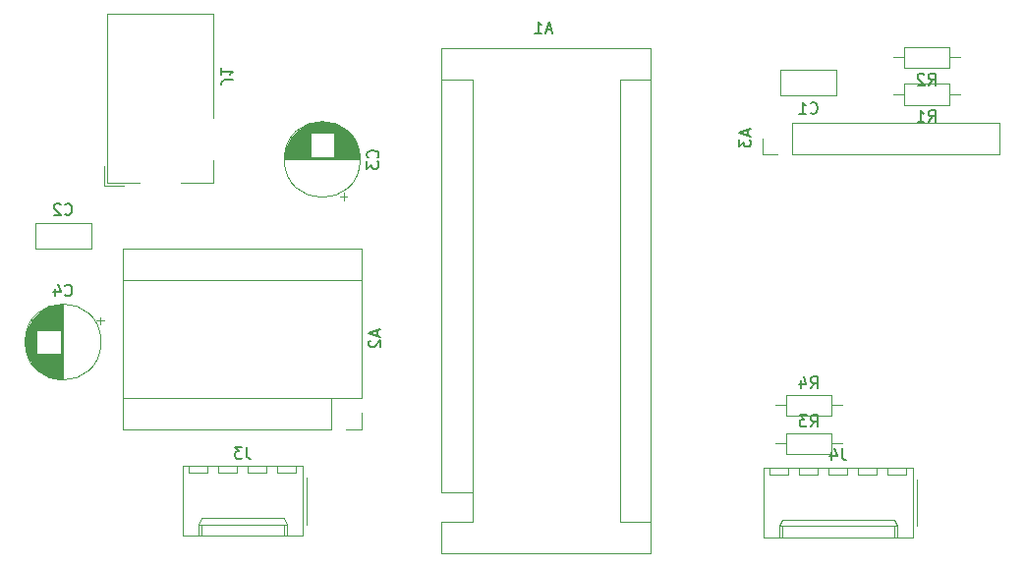
<source format=gbr>
%TF.GenerationSoftware,KiCad,Pcbnew,(5.1.10)-1*%
%TF.CreationDate,2021-10-15T15:04:30-04:00*%
%TF.ProjectId,KittyCaddyV1,4b697474-7943-4616-9464-7956312e6b69,1.0*%
%TF.SameCoordinates,Original*%
%TF.FileFunction,Legend,Bot*%
%TF.FilePolarity,Positive*%
%FSLAX46Y46*%
G04 Gerber Fmt 4.6, Leading zero omitted, Abs format (unit mm)*
G04 Created by KiCad (PCBNEW (5.1.10)-1) date 2021-10-15 15:04:30*
%MOMM*%
%LPD*%
G01*
G04 APERTURE LIST*
%ADD10C,0.120000*%
%ADD11C,0.150000*%
G04 APERTURE END LIST*
D10*
%TO.C,A1*%
X127384000Y-155959000D02*
X109344000Y-155959000D01*
X127384000Y-112519000D02*
X127384000Y-155959000D01*
X109344000Y-112519000D02*
X127384000Y-112519000D01*
X112014000Y-115189000D02*
X109344000Y-115189000D01*
X112014000Y-150749000D02*
X112014000Y-115189000D01*
X112014000Y-150749000D02*
X109344000Y-150749000D01*
X124714000Y-115189000D02*
X127384000Y-115189000D01*
X124714000Y-153289000D02*
X124714000Y-115189000D01*
X124714000Y-153289000D02*
X127384000Y-153289000D01*
X109344000Y-155959000D02*
X109344000Y-153289000D01*
X109344000Y-150749000D02*
X109344000Y-112519000D01*
X112014000Y-153289000D02*
X109344000Y-153289000D01*
X112014000Y-150749000D02*
X112014000Y-153289000D01*
%TO.C,A3*%
X139573000Y-118939000D02*
X139573000Y-121599000D01*
X139573000Y-118939000D02*
X157413000Y-118939000D01*
X157413000Y-118939000D02*
X157413000Y-121599000D01*
X139573000Y-121599000D02*
X157413000Y-121599000D01*
X136973000Y-121599000D02*
X138303000Y-121599000D01*
X136973000Y-120269000D02*
X136973000Y-121599000D01*
%TO.C,A2*%
X102492000Y-132461000D02*
X81912000Y-132461000D01*
X99822000Y-142621000D02*
X81912000Y-142621000D01*
X102492000Y-143891000D02*
X102492000Y-145291000D01*
X102492000Y-145291000D02*
X101092000Y-145291000D01*
X102492000Y-142621000D02*
X99822000Y-142621000D01*
X99822000Y-142621000D02*
X99822000Y-145291000D01*
X99822000Y-145291000D02*
X81912000Y-145291000D01*
X81912000Y-145291000D02*
X81912000Y-129791000D01*
X81912000Y-129791000D02*
X102492000Y-129791000D01*
X102492000Y-129791000D02*
X102492000Y-142621000D01*
%TO.C,C1*%
X138530000Y-116563000D02*
X143370000Y-116563000D01*
X138530000Y-114323000D02*
X143370000Y-114323000D01*
X138530000Y-116563000D02*
X138530000Y-114323000D01*
X143370000Y-116563000D02*
X143370000Y-114323000D01*
%TO.C,C2*%
X79148000Y-127531000D02*
X74308000Y-127531000D01*
X79148000Y-129771000D02*
X74308000Y-129771000D01*
X79148000Y-127531000D02*
X79148000Y-129771000D01*
X74308000Y-127531000D02*
X74308000Y-129771000D01*
%TO.C,R3*%
X142890000Y-145638000D02*
X142890000Y-147478000D01*
X142890000Y-147478000D02*
X139050000Y-147478000D01*
X139050000Y-147478000D02*
X139050000Y-145638000D01*
X139050000Y-145638000D02*
X142890000Y-145638000D01*
X143840000Y-146558000D02*
X142890000Y-146558000D01*
X138100000Y-146558000D02*
X139050000Y-146558000D01*
%TO.C,C3*%
X102330000Y-122067000D02*
G75*
G03*
X102330000Y-122067000I-3270000J0D01*
G01*
X102290000Y-122067000D02*
X95830000Y-122067000D01*
X102290000Y-122027000D02*
X95830000Y-122027000D01*
X102290000Y-121987000D02*
X95830000Y-121987000D01*
X102288000Y-121947000D02*
X95832000Y-121947000D01*
X102287000Y-121907000D02*
X95833000Y-121907000D01*
X102284000Y-121867000D02*
X95836000Y-121867000D01*
X102282000Y-121827000D02*
X100100000Y-121827000D01*
X98020000Y-121827000D02*
X95838000Y-121827000D01*
X102278000Y-121787000D02*
X100100000Y-121787000D01*
X98020000Y-121787000D02*
X95842000Y-121787000D01*
X102275000Y-121747000D02*
X100100000Y-121747000D01*
X98020000Y-121747000D02*
X95845000Y-121747000D01*
X102271000Y-121707000D02*
X100100000Y-121707000D01*
X98020000Y-121707000D02*
X95849000Y-121707000D01*
X102266000Y-121667000D02*
X100100000Y-121667000D01*
X98020000Y-121667000D02*
X95854000Y-121667000D01*
X102261000Y-121627000D02*
X100100000Y-121627000D01*
X98020000Y-121627000D02*
X95859000Y-121627000D01*
X102255000Y-121587000D02*
X100100000Y-121587000D01*
X98020000Y-121587000D02*
X95865000Y-121587000D01*
X102249000Y-121547000D02*
X100100000Y-121547000D01*
X98020000Y-121547000D02*
X95871000Y-121547000D01*
X102242000Y-121507000D02*
X100100000Y-121507000D01*
X98020000Y-121507000D02*
X95878000Y-121507000D01*
X102235000Y-121467000D02*
X100100000Y-121467000D01*
X98020000Y-121467000D02*
X95885000Y-121467000D01*
X102227000Y-121427000D02*
X100100000Y-121427000D01*
X98020000Y-121427000D02*
X95893000Y-121427000D01*
X102219000Y-121387000D02*
X100100000Y-121387000D01*
X98020000Y-121387000D02*
X95901000Y-121387000D01*
X102210000Y-121346000D02*
X100100000Y-121346000D01*
X98020000Y-121346000D02*
X95910000Y-121346000D01*
X102201000Y-121306000D02*
X100100000Y-121306000D01*
X98020000Y-121306000D02*
X95919000Y-121306000D01*
X102191000Y-121266000D02*
X100100000Y-121266000D01*
X98020000Y-121266000D02*
X95929000Y-121266000D01*
X102181000Y-121226000D02*
X100100000Y-121226000D01*
X98020000Y-121226000D02*
X95939000Y-121226000D01*
X102170000Y-121186000D02*
X100100000Y-121186000D01*
X98020000Y-121186000D02*
X95950000Y-121186000D01*
X102158000Y-121146000D02*
X100100000Y-121146000D01*
X98020000Y-121146000D02*
X95962000Y-121146000D01*
X102146000Y-121106000D02*
X100100000Y-121106000D01*
X98020000Y-121106000D02*
X95974000Y-121106000D01*
X102134000Y-121066000D02*
X100100000Y-121066000D01*
X98020000Y-121066000D02*
X95986000Y-121066000D01*
X102121000Y-121026000D02*
X100100000Y-121026000D01*
X98020000Y-121026000D02*
X95999000Y-121026000D01*
X102107000Y-120986000D02*
X100100000Y-120986000D01*
X98020000Y-120986000D02*
X96013000Y-120986000D01*
X102093000Y-120946000D02*
X100100000Y-120946000D01*
X98020000Y-120946000D02*
X96027000Y-120946000D01*
X102078000Y-120906000D02*
X100100000Y-120906000D01*
X98020000Y-120906000D02*
X96042000Y-120906000D01*
X102062000Y-120866000D02*
X100100000Y-120866000D01*
X98020000Y-120866000D02*
X96058000Y-120866000D01*
X102046000Y-120826000D02*
X100100000Y-120826000D01*
X98020000Y-120826000D02*
X96074000Y-120826000D01*
X102030000Y-120786000D02*
X100100000Y-120786000D01*
X98020000Y-120786000D02*
X96090000Y-120786000D01*
X102012000Y-120746000D02*
X100100000Y-120746000D01*
X98020000Y-120746000D02*
X96108000Y-120746000D01*
X101994000Y-120706000D02*
X100100000Y-120706000D01*
X98020000Y-120706000D02*
X96126000Y-120706000D01*
X101976000Y-120666000D02*
X100100000Y-120666000D01*
X98020000Y-120666000D02*
X96144000Y-120666000D01*
X101956000Y-120626000D02*
X100100000Y-120626000D01*
X98020000Y-120626000D02*
X96164000Y-120626000D01*
X101936000Y-120586000D02*
X100100000Y-120586000D01*
X98020000Y-120586000D02*
X96184000Y-120586000D01*
X101916000Y-120546000D02*
X100100000Y-120546000D01*
X98020000Y-120546000D02*
X96204000Y-120546000D01*
X101894000Y-120506000D02*
X100100000Y-120506000D01*
X98020000Y-120506000D02*
X96226000Y-120506000D01*
X101872000Y-120466000D02*
X100100000Y-120466000D01*
X98020000Y-120466000D02*
X96248000Y-120466000D01*
X101850000Y-120426000D02*
X100100000Y-120426000D01*
X98020000Y-120426000D02*
X96270000Y-120426000D01*
X101826000Y-120386000D02*
X100100000Y-120386000D01*
X98020000Y-120386000D02*
X96294000Y-120386000D01*
X101802000Y-120346000D02*
X100100000Y-120346000D01*
X98020000Y-120346000D02*
X96318000Y-120346000D01*
X101776000Y-120306000D02*
X100100000Y-120306000D01*
X98020000Y-120306000D02*
X96344000Y-120306000D01*
X101750000Y-120266000D02*
X100100000Y-120266000D01*
X98020000Y-120266000D02*
X96370000Y-120266000D01*
X101724000Y-120226000D02*
X100100000Y-120226000D01*
X98020000Y-120226000D02*
X96396000Y-120226000D01*
X101696000Y-120186000D02*
X100100000Y-120186000D01*
X98020000Y-120186000D02*
X96424000Y-120186000D01*
X101667000Y-120146000D02*
X100100000Y-120146000D01*
X98020000Y-120146000D02*
X96453000Y-120146000D01*
X101638000Y-120106000D02*
X100100000Y-120106000D01*
X98020000Y-120106000D02*
X96482000Y-120106000D01*
X101608000Y-120066000D02*
X100100000Y-120066000D01*
X98020000Y-120066000D02*
X96512000Y-120066000D01*
X101576000Y-120026000D02*
X100100000Y-120026000D01*
X98020000Y-120026000D02*
X96544000Y-120026000D01*
X101544000Y-119986000D02*
X100100000Y-119986000D01*
X98020000Y-119986000D02*
X96576000Y-119986000D01*
X101510000Y-119946000D02*
X100100000Y-119946000D01*
X98020000Y-119946000D02*
X96610000Y-119946000D01*
X101476000Y-119906000D02*
X100100000Y-119906000D01*
X98020000Y-119906000D02*
X96644000Y-119906000D01*
X101440000Y-119866000D02*
X100100000Y-119866000D01*
X98020000Y-119866000D02*
X96680000Y-119866000D01*
X101403000Y-119826000D02*
X100100000Y-119826000D01*
X98020000Y-119826000D02*
X96717000Y-119826000D01*
X101365000Y-119786000D02*
X100100000Y-119786000D01*
X98020000Y-119786000D02*
X96755000Y-119786000D01*
X101325000Y-119746000D02*
X96795000Y-119746000D01*
X101284000Y-119706000D02*
X96836000Y-119706000D01*
X101242000Y-119666000D02*
X96878000Y-119666000D01*
X101197000Y-119626000D02*
X96923000Y-119626000D01*
X101152000Y-119586000D02*
X96968000Y-119586000D01*
X101104000Y-119546000D02*
X97016000Y-119546000D01*
X101055000Y-119506000D02*
X97065000Y-119506000D01*
X101004000Y-119466000D02*
X97116000Y-119466000D01*
X100950000Y-119426000D02*
X97170000Y-119426000D01*
X100894000Y-119386000D02*
X97226000Y-119386000D01*
X100836000Y-119346000D02*
X97284000Y-119346000D01*
X100774000Y-119306000D02*
X97346000Y-119306000D01*
X100710000Y-119266000D02*
X97410000Y-119266000D01*
X100641000Y-119226000D02*
X97479000Y-119226000D01*
X100569000Y-119186000D02*
X97551000Y-119186000D01*
X100492000Y-119146000D02*
X97628000Y-119146000D01*
X100410000Y-119106000D02*
X97710000Y-119106000D01*
X100322000Y-119066000D02*
X97798000Y-119066000D01*
X100225000Y-119026000D02*
X97895000Y-119026000D01*
X100119000Y-118986000D02*
X98001000Y-118986000D01*
X100000000Y-118946000D02*
X98120000Y-118946000D01*
X99862000Y-118906000D02*
X98258000Y-118906000D01*
X99693000Y-118866000D02*
X98427000Y-118866000D01*
X99462000Y-118826000D02*
X98658000Y-118826000D01*
X100899000Y-125567241D02*
X100899000Y-124937241D01*
X101214000Y-125252241D02*
X100584000Y-125252241D01*
%TO.C,J1*%
X89690000Y-118517000D02*
X89690000Y-109517000D01*
X89690000Y-109517000D02*
X80490000Y-109517000D01*
X80490000Y-109517000D02*
X80490000Y-124117000D01*
X80490000Y-124117000D02*
X83290000Y-124117000D01*
X86890000Y-124117000D02*
X89690000Y-124117000D01*
X89690000Y-124117000D02*
X89690000Y-122117000D01*
X80250000Y-122617000D02*
X80250000Y-124357000D01*
X80250000Y-124357000D02*
X81990000Y-124357000D01*
%TO.C,R2*%
X149210000Y-114204000D02*
X149210000Y-112364000D01*
X149210000Y-112364000D02*
X153050000Y-112364000D01*
X153050000Y-112364000D02*
X153050000Y-114204000D01*
X153050000Y-114204000D02*
X149210000Y-114204000D01*
X148260000Y-113284000D02*
X149210000Y-113284000D01*
X154000000Y-113284000D02*
X153050000Y-113284000D01*
%TO.C,R1*%
X149210000Y-117379000D02*
X149210000Y-115539000D01*
X149210000Y-115539000D02*
X153050000Y-115539000D01*
X153050000Y-115539000D02*
X153050000Y-117379000D01*
X153050000Y-117379000D02*
X149210000Y-117379000D01*
X148260000Y-116459000D02*
X149210000Y-116459000D01*
X154000000Y-116459000D02*
X153050000Y-116459000D01*
%TO.C,J3*%
X97392000Y-148481000D02*
X97392000Y-154501000D01*
X97392000Y-154501000D02*
X87012000Y-154501000D01*
X87012000Y-154501000D02*
X87012000Y-148481000D01*
X87012000Y-148481000D02*
X97392000Y-148481000D01*
X97682000Y-149511000D02*
X97682000Y-153511000D01*
X96012000Y-154501000D02*
X96012000Y-153501000D01*
X96012000Y-153501000D02*
X88392000Y-153501000D01*
X88392000Y-153501000D02*
X88392000Y-154501000D01*
X96012000Y-153501000D02*
X95762000Y-152971000D01*
X95762000Y-152971000D02*
X88642000Y-152971000D01*
X88642000Y-152971000D02*
X88392000Y-153501000D01*
X95762000Y-154501000D02*
X95762000Y-153501000D01*
X88642000Y-154501000D02*
X88642000Y-153501000D01*
X96812000Y-148481000D02*
X96812000Y-149081000D01*
X96812000Y-149081000D02*
X95212000Y-149081000D01*
X95212000Y-149081000D02*
X95212000Y-148481000D01*
X94272000Y-148481000D02*
X94272000Y-149081000D01*
X94272000Y-149081000D02*
X92672000Y-149081000D01*
X92672000Y-149081000D02*
X92672000Y-148481000D01*
X91732000Y-148481000D02*
X91732000Y-149081000D01*
X91732000Y-149081000D02*
X90132000Y-149081000D01*
X90132000Y-149081000D02*
X90132000Y-148481000D01*
X89192000Y-148481000D02*
X89192000Y-149081000D01*
X89192000Y-149081000D02*
X87592000Y-149081000D01*
X87592000Y-149081000D02*
X87592000Y-148481000D01*
%TO.C,J4*%
X149970000Y-148608000D02*
X149970000Y-154628000D01*
X149970000Y-154628000D02*
X137050000Y-154628000D01*
X137050000Y-154628000D02*
X137050000Y-148608000D01*
X137050000Y-148608000D02*
X149970000Y-148608000D01*
X150260000Y-149638000D02*
X150260000Y-153638000D01*
X148590000Y-154628000D02*
X148590000Y-153628000D01*
X148590000Y-153628000D02*
X138430000Y-153628000D01*
X138430000Y-153628000D02*
X138430000Y-154628000D01*
X148590000Y-153628000D02*
X148340000Y-153098000D01*
X148340000Y-153098000D02*
X138680000Y-153098000D01*
X138680000Y-153098000D02*
X138430000Y-153628000D01*
X148340000Y-154628000D02*
X148340000Y-153628000D01*
X138680000Y-154628000D02*
X138680000Y-153628000D01*
X149390000Y-148608000D02*
X149390000Y-149208000D01*
X149390000Y-149208000D02*
X147790000Y-149208000D01*
X147790000Y-149208000D02*
X147790000Y-148608000D01*
X146850000Y-148608000D02*
X146850000Y-149208000D01*
X146850000Y-149208000D02*
X145250000Y-149208000D01*
X145250000Y-149208000D02*
X145250000Y-148608000D01*
X144310000Y-148608000D02*
X144310000Y-149208000D01*
X144310000Y-149208000D02*
X142710000Y-149208000D01*
X142710000Y-149208000D02*
X142710000Y-148608000D01*
X141770000Y-148608000D02*
X141770000Y-149208000D01*
X141770000Y-149208000D02*
X140170000Y-149208000D01*
X140170000Y-149208000D02*
X140170000Y-148608000D01*
X139230000Y-148608000D02*
X139230000Y-149208000D01*
X139230000Y-149208000D02*
X137630000Y-149208000D01*
X137630000Y-149208000D02*
X137630000Y-148608000D01*
%TO.C,C4*%
X79998000Y-137795000D02*
G75*
G03*
X79998000Y-137795000I-3270000J0D01*
G01*
X76728000Y-134565000D02*
X76728000Y-141025000D01*
X76688000Y-134565000D02*
X76688000Y-141025000D01*
X76648000Y-134565000D02*
X76648000Y-141025000D01*
X76608000Y-134567000D02*
X76608000Y-141023000D01*
X76568000Y-134568000D02*
X76568000Y-141022000D01*
X76528000Y-134571000D02*
X76528000Y-141019000D01*
X76488000Y-134573000D02*
X76488000Y-136755000D01*
X76488000Y-138835000D02*
X76488000Y-141017000D01*
X76448000Y-134577000D02*
X76448000Y-136755000D01*
X76448000Y-138835000D02*
X76448000Y-141013000D01*
X76408000Y-134580000D02*
X76408000Y-136755000D01*
X76408000Y-138835000D02*
X76408000Y-141010000D01*
X76368000Y-134584000D02*
X76368000Y-136755000D01*
X76368000Y-138835000D02*
X76368000Y-141006000D01*
X76328000Y-134589000D02*
X76328000Y-136755000D01*
X76328000Y-138835000D02*
X76328000Y-141001000D01*
X76288000Y-134594000D02*
X76288000Y-136755000D01*
X76288000Y-138835000D02*
X76288000Y-140996000D01*
X76248000Y-134600000D02*
X76248000Y-136755000D01*
X76248000Y-138835000D02*
X76248000Y-140990000D01*
X76208000Y-134606000D02*
X76208000Y-136755000D01*
X76208000Y-138835000D02*
X76208000Y-140984000D01*
X76168000Y-134613000D02*
X76168000Y-136755000D01*
X76168000Y-138835000D02*
X76168000Y-140977000D01*
X76128000Y-134620000D02*
X76128000Y-136755000D01*
X76128000Y-138835000D02*
X76128000Y-140970000D01*
X76088000Y-134628000D02*
X76088000Y-136755000D01*
X76088000Y-138835000D02*
X76088000Y-140962000D01*
X76048000Y-134636000D02*
X76048000Y-136755000D01*
X76048000Y-138835000D02*
X76048000Y-140954000D01*
X76007000Y-134645000D02*
X76007000Y-136755000D01*
X76007000Y-138835000D02*
X76007000Y-140945000D01*
X75967000Y-134654000D02*
X75967000Y-136755000D01*
X75967000Y-138835000D02*
X75967000Y-140936000D01*
X75927000Y-134664000D02*
X75927000Y-136755000D01*
X75927000Y-138835000D02*
X75927000Y-140926000D01*
X75887000Y-134674000D02*
X75887000Y-136755000D01*
X75887000Y-138835000D02*
X75887000Y-140916000D01*
X75847000Y-134685000D02*
X75847000Y-136755000D01*
X75847000Y-138835000D02*
X75847000Y-140905000D01*
X75807000Y-134697000D02*
X75807000Y-136755000D01*
X75807000Y-138835000D02*
X75807000Y-140893000D01*
X75767000Y-134709000D02*
X75767000Y-136755000D01*
X75767000Y-138835000D02*
X75767000Y-140881000D01*
X75727000Y-134721000D02*
X75727000Y-136755000D01*
X75727000Y-138835000D02*
X75727000Y-140869000D01*
X75687000Y-134734000D02*
X75687000Y-136755000D01*
X75687000Y-138835000D02*
X75687000Y-140856000D01*
X75647000Y-134748000D02*
X75647000Y-136755000D01*
X75647000Y-138835000D02*
X75647000Y-140842000D01*
X75607000Y-134762000D02*
X75607000Y-136755000D01*
X75607000Y-138835000D02*
X75607000Y-140828000D01*
X75567000Y-134777000D02*
X75567000Y-136755000D01*
X75567000Y-138835000D02*
X75567000Y-140813000D01*
X75527000Y-134793000D02*
X75527000Y-136755000D01*
X75527000Y-138835000D02*
X75527000Y-140797000D01*
X75487000Y-134809000D02*
X75487000Y-136755000D01*
X75487000Y-138835000D02*
X75487000Y-140781000D01*
X75447000Y-134825000D02*
X75447000Y-136755000D01*
X75447000Y-138835000D02*
X75447000Y-140765000D01*
X75407000Y-134843000D02*
X75407000Y-136755000D01*
X75407000Y-138835000D02*
X75407000Y-140747000D01*
X75367000Y-134861000D02*
X75367000Y-136755000D01*
X75367000Y-138835000D02*
X75367000Y-140729000D01*
X75327000Y-134879000D02*
X75327000Y-136755000D01*
X75327000Y-138835000D02*
X75327000Y-140711000D01*
X75287000Y-134899000D02*
X75287000Y-136755000D01*
X75287000Y-138835000D02*
X75287000Y-140691000D01*
X75247000Y-134919000D02*
X75247000Y-136755000D01*
X75247000Y-138835000D02*
X75247000Y-140671000D01*
X75207000Y-134939000D02*
X75207000Y-136755000D01*
X75207000Y-138835000D02*
X75207000Y-140651000D01*
X75167000Y-134961000D02*
X75167000Y-136755000D01*
X75167000Y-138835000D02*
X75167000Y-140629000D01*
X75127000Y-134983000D02*
X75127000Y-136755000D01*
X75127000Y-138835000D02*
X75127000Y-140607000D01*
X75087000Y-135005000D02*
X75087000Y-136755000D01*
X75087000Y-138835000D02*
X75087000Y-140585000D01*
X75047000Y-135029000D02*
X75047000Y-136755000D01*
X75047000Y-138835000D02*
X75047000Y-140561000D01*
X75007000Y-135053000D02*
X75007000Y-136755000D01*
X75007000Y-138835000D02*
X75007000Y-140537000D01*
X74967000Y-135079000D02*
X74967000Y-136755000D01*
X74967000Y-138835000D02*
X74967000Y-140511000D01*
X74927000Y-135105000D02*
X74927000Y-136755000D01*
X74927000Y-138835000D02*
X74927000Y-140485000D01*
X74887000Y-135131000D02*
X74887000Y-136755000D01*
X74887000Y-138835000D02*
X74887000Y-140459000D01*
X74847000Y-135159000D02*
X74847000Y-136755000D01*
X74847000Y-138835000D02*
X74847000Y-140431000D01*
X74807000Y-135188000D02*
X74807000Y-136755000D01*
X74807000Y-138835000D02*
X74807000Y-140402000D01*
X74767000Y-135217000D02*
X74767000Y-136755000D01*
X74767000Y-138835000D02*
X74767000Y-140373000D01*
X74727000Y-135247000D02*
X74727000Y-136755000D01*
X74727000Y-138835000D02*
X74727000Y-140343000D01*
X74687000Y-135279000D02*
X74687000Y-136755000D01*
X74687000Y-138835000D02*
X74687000Y-140311000D01*
X74647000Y-135311000D02*
X74647000Y-136755000D01*
X74647000Y-138835000D02*
X74647000Y-140279000D01*
X74607000Y-135345000D02*
X74607000Y-136755000D01*
X74607000Y-138835000D02*
X74607000Y-140245000D01*
X74567000Y-135379000D02*
X74567000Y-136755000D01*
X74567000Y-138835000D02*
X74567000Y-140211000D01*
X74527000Y-135415000D02*
X74527000Y-136755000D01*
X74527000Y-138835000D02*
X74527000Y-140175000D01*
X74487000Y-135452000D02*
X74487000Y-136755000D01*
X74487000Y-138835000D02*
X74487000Y-140138000D01*
X74447000Y-135490000D02*
X74447000Y-136755000D01*
X74447000Y-138835000D02*
X74447000Y-140100000D01*
X74407000Y-135530000D02*
X74407000Y-140060000D01*
X74367000Y-135571000D02*
X74367000Y-140019000D01*
X74327000Y-135613000D02*
X74327000Y-139977000D01*
X74287000Y-135658000D02*
X74287000Y-139932000D01*
X74247000Y-135703000D02*
X74247000Y-139887000D01*
X74207000Y-135751000D02*
X74207000Y-139839000D01*
X74167000Y-135800000D02*
X74167000Y-139790000D01*
X74127000Y-135851000D02*
X74127000Y-139739000D01*
X74087000Y-135905000D02*
X74087000Y-139685000D01*
X74047000Y-135961000D02*
X74047000Y-139629000D01*
X74007000Y-136019000D02*
X74007000Y-139571000D01*
X73967000Y-136081000D02*
X73967000Y-139509000D01*
X73927000Y-136145000D02*
X73927000Y-139445000D01*
X73887000Y-136214000D02*
X73887000Y-139376000D01*
X73847000Y-136286000D02*
X73847000Y-139304000D01*
X73807000Y-136363000D02*
X73807000Y-139227000D01*
X73767000Y-136445000D02*
X73767000Y-139145000D01*
X73727000Y-136533000D02*
X73727000Y-139057000D01*
X73687000Y-136630000D02*
X73687000Y-138960000D01*
X73647000Y-136736000D02*
X73647000Y-138854000D01*
X73607000Y-136855000D02*
X73607000Y-138735000D01*
X73567000Y-136993000D02*
X73567000Y-138597000D01*
X73527000Y-137162000D02*
X73527000Y-138428000D01*
X73487000Y-137393000D02*
X73487000Y-138197000D01*
X80228241Y-135956000D02*
X79598241Y-135956000D01*
X79913241Y-135641000D02*
X79913241Y-136271000D01*
%TO.C,R4*%
X142890000Y-142336000D02*
X142890000Y-144176000D01*
X142890000Y-144176000D02*
X139050000Y-144176000D01*
X139050000Y-144176000D02*
X139050000Y-142336000D01*
X139050000Y-142336000D02*
X142890000Y-142336000D01*
X143840000Y-143256000D02*
X142890000Y-143256000D01*
X138100000Y-143256000D02*
X139050000Y-143256000D01*
%TO.C,A1*%
D11*
X118824285Y-110910666D02*
X118348095Y-110910666D01*
X118919523Y-111196380D02*
X118586190Y-110196380D01*
X118252857Y-111196380D01*
X117395714Y-111196380D02*
X117967142Y-111196380D01*
X117681428Y-111196380D02*
X117681428Y-110196380D01*
X117776666Y-110339238D01*
X117871904Y-110434476D01*
X117967142Y-110482095D01*
%TO.C,A3*%
X135699666Y-119554714D02*
X135699666Y-120030904D01*
X135985380Y-119459476D02*
X134985380Y-119792809D01*
X135985380Y-120126142D01*
X134985380Y-120364238D02*
X134985380Y-120983285D01*
X135366333Y-120649952D01*
X135366333Y-120792809D01*
X135413952Y-120888047D01*
X135461571Y-120935666D01*
X135556809Y-120983285D01*
X135794904Y-120983285D01*
X135890142Y-120935666D01*
X135937761Y-120888047D01*
X135985380Y-120792809D01*
X135985380Y-120507095D01*
X135937761Y-120411857D01*
X135890142Y-120364238D01*
%TO.C,A2*%
X103798666Y-136826714D02*
X103798666Y-137302904D01*
X104084380Y-136731476D02*
X103084380Y-137064809D01*
X104084380Y-137398142D01*
X103179619Y-137683857D02*
X103132000Y-137731476D01*
X103084380Y-137826714D01*
X103084380Y-138064809D01*
X103132000Y-138160047D01*
X103179619Y-138207666D01*
X103274857Y-138255285D01*
X103370095Y-138255285D01*
X103512952Y-138207666D01*
X104084380Y-137636238D01*
X104084380Y-138255285D01*
%TO.C,C1*%
X141116666Y-118050142D02*
X141164285Y-118097761D01*
X141307142Y-118145380D01*
X141402380Y-118145380D01*
X141545238Y-118097761D01*
X141640476Y-118002523D01*
X141688095Y-117907285D01*
X141735714Y-117716809D01*
X141735714Y-117573952D01*
X141688095Y-117383476D01*
X141640476Y-117288238D01*
X141545238Y-117193000D01*
X141402380Y-117145380D01*
X141307142Y-117145380D01*
X141164285Y-117193000D01*
X141116666Y-117240619D01*
X140164285Y-118145380D02*
X140735714Y-118145380D01*
X140450000Y-118145380D02*
X140450000Y-117145380D01*
X140545238Y-117288238D01*
X140640476Y-117383476D01*
X140735714Y-117431095D01*
%TO.C,C2*%
X76894666Y-126758142D02*
X76942285Y-126805761D01*
X77085142Y-126853380D01*
X77180380Y-126853380D01*
X77323238Y-126805761D01*
X77418476Y-126710523D01*
X77466095Y-126615285D01*
X77513714Y-126424809D01*
X77513714Y-126281952D01*
X77466095Y-126091476D01*
X77418476Y-125996238D01*
X77323238Y-125901000D01*
X77180380Y-125853380D01*
X77085142Y-125853380D01*
X76942285Y-125901000D01*
X76894666Y-125948619D01*
X76513714Y-125948619D02*
X76466095Y-125901000D01*
X76370857Y-125853380D01*
X76132761Y-125853380D01*
X76037523Y-125901000D01*
X75989904Y-125948619D01*
X75942285Y-126043857D01*
X75942285Y-126139095D01*
X75989904Y-126281952D01*
X76561333Y-126853380D01*
X75942285Y-126853380D01*
%TO.C,R3*%
X141136666Y-145090380D02*
X141470000Y-144614190D01*
X141708095Y-145090380D02*
X141708095Y-144090380D01*
X141327142Y-144090380D01*
X141231904Y-144138000D01*
X141184285Y-144185619D01*
X141136666Y-144280857D01*
X141136666Y-144423714D01*
X141184285Y-144518952D01*
X141231904Y-144566571D01*
X141327142Y-144614190D01*
X141708095Y-144614190D01*
X140803333Y-144090380D02*
X140184285Y-144090380D01*
X140517619Y-144471333D01*
X140374761Y-144471333D01*
X140279523Y-144518952D01*
X140231904Y-144566571D01*
X140184285Y-144661809D01*
X140184285Y-144899904D01*
X140231904Y-144995142D01*
X140279523Y-145042761D01*
X140374761Y-145090380D01*
X140660476Y-145090380D01*
X140755714Y-145042761D01*
X140803333Y-144995142D01*
%TO.C,C3*%
X103817142Y-121900333D02*
X103864761Y-121852714D01*
X103912380Y-121709857D01*
X103912380Y-121614619D01*
X103864761Y-121471761D01*
X103769523Y-121376523D01*
X103674285Y-121328904D01*
X103483809Y-121281285D01*
X103340952Y-121281285D01*
X103150476Y-121328904D01*
X103055238Y-121376523D01*
X102960000Y-121471761D01*
X102912380Y-121614619D01*
X102912380Y-121709857D01*
X102960000Y-121852714D01*
X103007619Y-121900333D01*
X102912380Y-122233666D02*
X102912380Y-122852714D01*
X103293333Y-122519380D01*
X103293333Y-122662238D01*
X103340952Y-122757476D01*
X103388571Y-122805095D01*
X103483809Y-122852714D01*
X103721904Y-122852714D01*
X103817142Y-122805095D01*
X103864761Y-122757476D01*
X103912380Y-122662238D01*
X103912380Y-122376523D01*
X103864761Y-122281285D01*
X103817142Y-122233666D01*
%TO.C,J1*%
X91387619Y-115200333D02*
X90673333Y-115200333D01*
X90530476Y-115247952D01*
X90435238Y-115343190D01*
X90387619Y-115486047D01*
X90387619Y-115581285D01*
X90387619Y-114200333D02*
X90387619Y-114771761D01*
X90387619Y-114486047D02*
X91387619Y-114486047D01*
X91244761Y-114581285D01*
X91149523Y-114676523D01*
X91101904Y-114771761D01*
%TO.C,R2*%
X151296666Y-115656380D02*
X151630000Y-115180190D01*
X151868095Y-115656380D02*
X151868095Y-114656380D01*
X151487142Y-114656380D01*
X151391904Y-114704000D01*
X151344285Y-114751619D01*
X151296666Y-114846857D01*
X151296666Y-114989714D01*
X151344285Y-115084952D01*
X151391904Y-115132571D01*
X151487142Y-115180190D01*
X151868095Y-115180190D01*
X150915714Y-114751619D02*
X150868095Y-114704000D01*
X150772857Y-114656380D01*
X150534761Y-114656380D01*
X150439523Y-114704000D01*
X150391904Y-114751619D01*
X150344285Y-114846857D01*
X150344285Y-114942095D01*
X150391904Y-115084952D01*
X150963333Y-115656380D01*
X150344285Y-115656380D01*
%TO.C,R1*%
X151296666Y-118831380D02*
X151630000Y-118355190D01*
X151868095Y-118831380D02*
X151868095Y-117831380D01*
X151487142Y-117831380D01*
X151391904Y-117879000D01*
X151344285Y-117926619D01*
X151296666Y-118021857D01*
X151296666Y-118164714D01*
X151344285Y-118259952D01*
X151391904Y-118307571D01*
X151487142Y-118355190D01*
X151868095Y-118355190D01*
X150344285Y-118831380D02*
X150915714Y-118831380D01*
X150630000Y-118831380D02*
X150630000Y-117831380D01*
X150725238Y-117974238D01*
X150820476Y-118069476D01*
X150915714Y-118117095D01*
%TO.C,J3*%
X92535333Y-146843380D02*
X92535333Y-147557666D01*
X92582952Y-147700523D01*
X92678190Y-147795761D01*
X92821047Y-147843380D01*
X92916285Y-147843380D01*
X92154380Y-146843380D02*
X91535333Y-146843380D01*
X91868666Y-147224333D01*
X91725809Y-147224333D01*
X91630571Y-147271952D01*
X91582952Y-147319571D01*
X91535333Y-147414809D01*
X91535333Y-147652904D01*
X91582952Y-147748142D01*
X91630571Y-147795761D01*
X91725809Y-147843380D01*
X92011523Y-147843380D01*
X92106761Y-147795761D01*
X92154380Y-147748142D01*
%TO.C,J4*%
X143843333Y-146970380D02*
X143843333Y-147684666D01*
X143890952Y-147827523D01*
X143986190Y-147922761D01*
X144129047Y-147970380D01*
X144224285Y-147970380D01*
X142938571Y-147303714D02*
X142938571Y-147970380D01*
X143176666Y-146922761D02*
X143414761Y-147637047D01*
X142795714Y-147637047D01*
%TO.C,C4*%
X76894666Y-133752142D02*
X76942285Y-133799761D01*
X77085142Y-133847380D01*
X77180380Y-133847380D01*
X77323238Y-133799761D01*
X77418476Y-133704523D01*
X77466095Y-133609285D01*
X77513714Y-133418809D01*
X77513714Y-133275952D01*
X77466095Y-133085476D01*
X77418476Y-132990238D01*
X77323238Y-132895000D01*
X77180380Y-132847380D01*
X77085142Y-132847380D01*
X76942285Y-132895000D01*
X76894666Y-132942619D01*
X76037523Y-133180714D02*
X76037523Y-133847380D01*
X76275619Y-132799761D02*
X76513714Y-133514047D01*
X75894666Y-133514047D01*
%TO.C,R4*%
X141136666Y-141788380D02*
X141470000Y-141312190D01*
X141708095Y-141788380D02*
X141708095Y-140788380D01*
X141327142Y-140788380D01*
X141231904Y-140836000D01*
X141184285Y-140883619D01*
X141136666Y-140978857D01*
X141136666Y-141121714D01*
X141184285Y-141216952D01*
X141231904Y-141264571D01*
X141327142Y-141312190D01*
X141708095Y-141312190D01*
X140279523Y-141121714D02*
X140279523Y-141788380D01*
X140517619Y-140740761D02*
X140755714Y-141455047D01*
X140136666Y-141455047D01*
%TD*%
M02*

</source>
